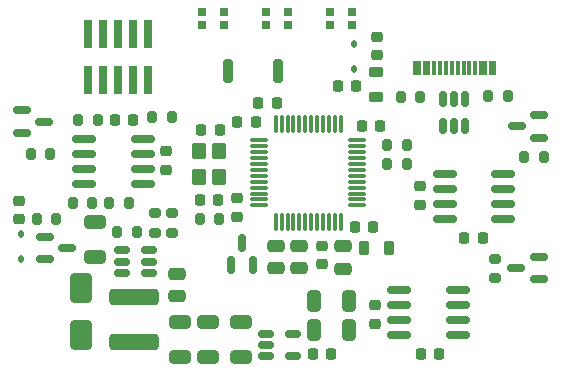
<source format=gbr>
%TF.GenerationSoftware,KiCad,Pcbnew,9.0.6-9.0.6~ubuntu24.04.1*%
%TF.CreationDate,2025-12-01T15:53:01+03:00*%
%TF.ProjectId,canfilter_g4,63616e66-696c-4746-9572-5f67342e6b69,rev?*%
%TF.SameCoordinates,Original*%
%TF.FileFunction,Paste,Top*%
%TF.FilePolarity,Positive*%
%FSLAX46Y46*%
G04 Gerber Fmt 4.6, Leading zero omitted, Abs format (unit mm)*
G04 Created by KiCad (PCBNEW 9.0.6-9.0.6~ubuntu24.04.1) date 2025-12-01 15:53:01*
%MOMM*%
%LPD*%
G01*
G04 APERTURE LIST*
G04 Aperture macros list*
%AMRoundRect*
0 Rectangle with rounded corners*
0 $1 Rounding radius*
0 $2 $3 $4 $5 $6 $7 $8 $9 X,Y pos of 4 corners*
0 Add a 4 corners polygon primitive as box body*
4,1,4,$2,$3,$4,$5,$6,$7,$8,$9,$2,$3,0*
0 Add four circle primitives for the rounded corners*
1,1,$1+$1,$2,$3*
1,1,$1+$1,$4,$5*
1,1,$1+$1,$6,$7*
1,1,$1+$1,$8,$9*
0 Add four rect primitives between the rounded corners*
20,1,$1+$1,$2,$3,$4,$5,0*
20,1,$1+$1,$4,$5,$6,$7,0*
20,1,$1+$1,$6,$7,$8,$9,0*
20,1,$1+$1,$8,$9,$2,$3,0*%
G04 Aperture macros list end*
%ADD10RoundRect,0.200000X0.200000X0.275000X-0.200000X0.275000X-0.200000X-0.275000X0.200000X-0.275000X0*%
%ADD11RoundRect,0.200000X-0.200000X-0.275000X0.200000X-0.275000X0.200000X0.275000X-0.200000X0.275000X0*%
%ADD12RoundRect,0.200000X-0.275000X0.200000X-0.275000X-0.200000X0.275000X-0.200000X0.275000X0.200000X0*%
%ADD13RoundRect,0.350000X1.750000X0.350000X-1.750000X0.350000X-1.750000X-0.350000X1.750000X-0.350000X0*%
%ADD14RoundRect,0.225000X0.250000X-0.225000X0.250000X0.225000X-0.250000X0.225000X-0.250000X-0.225000X0*%
%ADD15RoundRect,0.250000X-0.650000X0.325000X-0.650000X-0.325000X0.650000X-0.325000X0.650000X0.325000X0*%
%ADD16RoundRect,0.225000X0.225000X0.250000X-0.225000X0.250000X-0.225000X-0.250000X0.225000X-0.250000X0*%
%ADD17RoundRect,0.200000X0.200000X0.800000X-0.200000X0.800000X-0.200000X-0.800000X0.200000X-0.800000X0*%
%ADD18RoundRect,0.225000X-0.250000X0.225000X-0.250000X-0.225000X0.250000X-0.225000X0.250000X0.225000X0*%
%ADD19RoundRect,0.250000X-0.325000X-0.650000X0.325000X-0.650000X0.325000X0.650000X-0.325000X0.650000X0*%
%ADD20RoundRect,0.250000X0.650000X-0.325000X0.650000X0.325000X-0.650000X0.325000X-0.650000X-0.325000X0*%
%ADD21RoundRect,0.218750X0.381250X-0.218750X0.381250X0.218750X-0.381250X0.218750X-0.381250X-0.218750X0*%
%ADD22RoundRect,0.250000X-0.475000X0.250000X-0.475000X-0.250000X0.475000X-0.250000X0.475000X0.250000X0*%
%ADD23RoundRect,0.225000X-0.225000X-0.250000X0.225000X-0.250000X0.225000X0.250000X-0.225000X0.250000X0*%
%ADD24R,0.740000X2.400000*%
%ADD25RoundRect,0.112500X0.112500X-0.187500X0.112500X0.187500X-0.112500X0.187500X-0.112500X-0.187500X0*%
%ADD26RoundRect,0.075000X-0.662500X-0.075000X0.662500X-0.075000X0.662500X0.075000X-0.662500X0.075000X0*%
%ADD27RoundRect,0.075000X-0.075000X-0.662500X0.075000X-0.662500X0.075000X0.662500X-0.075000X0.662500X0*%
%ADD28RoundRect,0.150000X-0.150000X0.512500X-0.150000X-0.512500X0.150000X-0.512500X0.150000X0.512500X0*%
%ADD29RoundRect,0.250000X0.350000X-0.450000X0.350000X0.450000X-0.350000X0.450000X-0.350000X-0.450000X0*%
%ADD30RoundRect,0.150000X-0.825000X-0.150000X0.825000X-0.150000X0.825000X0.150000X-0.825000X0.150000X0*%
%ADD31R,0.300000X1.150000*%
%ADD32R,0.700000X0.700000*%
%ADD33RoundRect,0.200000X0.275000X-0.200000X0.275000X0.200000X-0.275000X0.200000X-0.275000X-0.200000X0*%
%ADD34RoundRect,0.150000X-0.512500X-0.150000X0.512500X-0.150000X0.512500X0.150000X-0.512500X0.150000X0*%
%ADD35RoundRect,0.150000X0.587500X0.150000X-0.587500X0.150000X-0.587500X-0.150000X0.587500X-0.150000X0*%
%ADD36RoundRect,0.150000X0.150000X-0.587500X0.150000X0.587500X-0.150000X0.587500X-0.150000X-0.587500X0*%
%ADD37RoundRect,0.218750X0.218750X0.381250X-0.218750X0.381250X-0.218750X-0.381250X0.218750X-0.381250X0*%
%ADD38RoundRect,0.150000X0.825000X0.150000X-0.825000X0.150000X-0.825000X-0.150000X0.825000X-0.150000X0*%
%ADD39RoundRect,0.150000X0.512500X0.150000X-0.512500X0.150000X-0.512500X-0.150000X0.512500X-0.150000X0*%
%ADD40RoundRect,0.150000X-0.587500X-0.150000X0.587500X-0.150000X0.587500X0.150000X-0.587500X0.150000X0*%
%ADD41RoundRect,0.112500X-0.112500X0.187500X-0.112500X-0.187500X0.112500X-0.187500X0.112500X0.187500X0*%
%ADD42RoundRect,0.250000X-0.650000X1.000000X-0.650000X-1.000000X0.650000X-1.000000X0.650000X1.000000X0*%
G04 APERTURE END LIST*
D10*
%TO.C,R105*%
X142000000Y-100150000D03*
X140350000Y-100150000D03*
%TD*%
D11*
%TO.C,R501*%
X167850000Y-94850000D03*
X169500000Y-94850000D03*
%TD*%
D12*
%TO.C,R401*%
X165350000Y-103500000D03*
X165350000Y-105150000D03*
%TD*%
D11*
%TO.C,R106*%
X130100000Y-91750000D03*
X131750000Y-91750000D03*
%TD*%
%TO.C,R604*%
X156250000Y-93850000D03*
X157900000Y-93850000D03*
%TD*%
D13*
%TO.C,L201*%
X134799201Y-106775000D03*
X134799201Y-110525000D03*
%TD*%
D14*
%TO.C,C401*%
X155220000Y-109000000D03*
X155220000Y-107450000D03*
%TD*%
D15*
%TO.C,C203*%
X141100000Y-108900000D03*
X141100000Y-111850000D03*
%TD*%
D16*
%TO.C,C602*%
X153600000Y-88850000D03*
X152050000Y-88850000D03*
%TD*%
D17*
%TO.C,SW101*%
X146950000Y-87600000D03*
X142750000Y-87600000D03*
%TD*%
D18*
%TO.C,C116*%
X150700000Y-102400000D03*
X150700000Y-103950000D03*
%TD*%
D19*
%TO.C,C104*%
X150050000Y-109500000D03*
X153000000Y-109500000D03*
%TD*%
D20*
%TO.C,C201*%
X131500000Y-103375000D03*
X131500000Y-100425000D03*
%TD*%
D21*
%TO.C,FB601*%
X155250000Y-89850000D03*
X155250000Y-87725000D03*
%TD*%
D22*
%TO.C,C115*%
X152500000Y-102450000D03*
X152500000Y-104350000D03*
%TD*%
D23*
%TO.C,C108*%
X154075000Y-92250000D03*
X155625000Y-92250000D03*
%TD*%
D24*
%TO.C,J106*%
X130890000Y-88350000D03*
X130890000Y-84450000D03*
X132160000Y-88350000D03*
X132160000Y-84450000D03*
X133430000Y-88350000D03*
X133430000Y-84450000D03*
X134700000Y-88350000D03*
X134700000Y-84450000D03*
X135970000Y-88350000D03*
X135970000Y-84450000D03*
%TD*%
D25*
%TO.C,D101*%
X125237500Y-103550000D03*
X125237500Y-101450000D03*
%TD*%
D18*
%TO.C,C301*%
X137550000Y-94425000D03*
X137550000Y-95975000D03*
%TD*%
D14*
%TO.C,C601*%
X155350000Y-86250000D03*
X155350000Y-84700000D03*
%TD*%
D26*
%TO.C,U102*%
X145387500Y-93487500D03*
X145387500Y-93987500D03*
X145387500Y-94487500D03*
X145387500Y-94987500D03*
X145387500Y-95487500D03*
X145387500Y-95987500D03*
X145387500Y-96487500D03*
X145387500Y-96987500D03*
X145387500Y-97487500D03*
X145387500Y-97987500D03*
X145387500Y-98487500D03*
X145387500Y-98987500D03*
D27*
X146800000Y-100400000D03*
X147300000Y-100400000D03*
X147800000Y-100400000D03*
X148300000Y-100400000D03*
X148800000Y-100400000D03*
X149300000Y-100400000D03*
X149800000Y-100400000D03*
X150300000Y-100400000D03*
X150800000Y-100400000D03*
X151300000Y-100400000D03*
X151800000Y-100400000D03*
X152300000Y-100400000D03*
D26*
X153712500Y-98987500D03*
X153712500Y-98487500D03*
X153712500Y-97987500D03*
X153712500Y-97487500D03*
X153712500Y-96987500D03*
X153712500Y-96487500D03*
X153712500Y-95987500D03*
X153712500Y-95487500D03*
X153712500Y-94987500D03*
X153712500Y-94487500D03*
X153712500Y-93987500D03*
X153712500Y-93487500D03*
D27*
X152300000Y-92075000D03*
X151800000Y-92075000D03*
X151300000Y-92075000D03*
X150800000Y-92075000D03*
X150300000Y-92075000D03*
X149800000Y-92075000D03*
X149300000Y-92075000D03*
X148800000Y-92075000D03*
X148300000Y-92075000D03*
X147800000Y-92075000D03*
X147300000Y-92075000D03*
X146800000Y-92075000D03*
%TD*%
D28*
%TO.C,U601*%
X162862500Y-90012500D03*
X161912500Y-90012500D03*
X160962500Y-90012500D03*
X160962500Y-92287500D03*
X161912500Y-92287500D03*
X162862500Y-92287500D03*
%TD*%
D11*
%TO.C,R201*%
X133375000Y-101250000D03*
X135025000Y-101250000D03*
%TD*%
D22*
%TO.C,C110*%
X146800000Y-102400000D03*
X146800000Y-104300000D03*
%TD*%
D23*
%TO.C,C113*%
X145325000Y-90300000D03*
X146875000Y-90300000D03*
%TD*%
D29*
%TO.C,Y101*%
X142026777Y-96621142D03*
X142026777Y-94421142D03*
X140326777Y-94421142D03*
X140326777Y-96621142D03*
%TD*%
D30*
%TO.C,U401*%
X157250000Y-106150000D03*
X157250000Y-107420000D03*
X157250000Y-108690000D03*
X157250000Y-109960000D03*
X162200000Y-109960000D03*
X162200000Y-108690000D03*
X162200000Y-107420000D03*
X162200000Y-106150000D03*
%TD*%
D18*
%TO.C,C109*%
X143500000Y-98400000D03*
X143500000Y-99950000D03*
%TD*%
D31*
%TO.C,J601*%
X165300000Y-87320000D03*
X164500000Y-87320000D03*
X163200000Y-87320000D03*
X162200000Y-87320000D03*
X161700000Y-87320000D03*
X160700000Y-87320000D03*
X159400000Y-87320000D03*
X158600000Y-87320000D03*
X158900000Y-87320000D03*
X159700000Y-87320000D03*
X160200000Y-87320000D03*
X161200000Y-87320000D03*
X162700000Y-87320000D03*
X163700000Y-87320000D03*
X164200000Y-87320000D03*
X165000000Y-87320000D03*
%TD*%
D11*
%TO.C,R602*%
X157400000Y-89800000D03*
X159050000Y-89800000D03*
%TD*%
D15*
%TO.C,C204*%
X138700000Y-108900000D03*
X138700000Y-111850000D03*
%TD*%
D11*
%TO.C,R101*%
X126562500Y-100100000D03*
X128212500Y-100100000D03*
%TD*%
D32*
%TO.C,D104*%
X145985000Y-82650000D03*
X145985000Y-83750000D03*
X147815000Y-83750000D03*
X147815000Y-82650000D03*
%TD*%
D11*
%TO.C,R102*%
X129600000Y-98800000D03*
X131250000Y-98800000D03*
%TD*%
D33*
%TO.C,R203*%
X136550000Y-101300000D03*
X136550000Y-99650000D03*
%TD*%
D34*
%TO.C,U101*%
X145962500Y-109850000D03*
X145962500Y-110800000D03*
X145962500Y-111750000D03*
X148237500Y-111750000D03*
X148237500Y-109850000D03*
%TD*%
D35*
%TO.C,D501*%
X169087500Y-93250000D03*
X169087500Y-91350000D03*
X167212500Y-92300000D03*
%TD*%
D23*
%TO.C,C106*%
X140350000Y-98500000D03*
X141900000Y-98500000D03*
%TD*%
D16*
%TO.C,C114*%
X145100000Y-91900000D03*
X143550000Y-91900000D03*
%TD*%
D22*
%TO.C,C112*%
X148800000Y-102400000D03*
X148800000Y-104300000D03*
%TD*%
%TO.C,C202*%
X138450000Y-104800000D03*
X138450000Y-106700000D03*
%TD*%
D35*
%TO.C,D401*%
X169050000Y-105250000D03*
X169050000Y-103350000D03*
X167175000Y-104300000D03*
%TD*%
D36*
%TO.C,D105*%
X143000000Y-104050000D03*
X144900000Y-104050000D03*
X143950000Y-102175000D03*
%TD*%
D23*
%TO.C,C111*%
X153525000Y-100800000D03*
X155075000Y-100800000D03*
%TD*%
D16*
%TO.C,C105*%
X142050000Y-92600000D03*
X140500000Y-92600000D03*
%TD*%
D10*
%TO.C,R601*%
X166450000Y-89750000D03*
X164800000Y-89750000D03*
%TD*%
D37*
%TO.C,L101*%
X156400000Y-102600000D03*
X154275000Y-102600000D03*
%TD*%
D38*
%TO.C,U301*%
X135525000Y-97180000D03*
X135525000Y-95910000D03*
X135525000Y-94640000D03*
X135525000Y-93370000D03*
X130575000Y-93370000D03*
X130575000Y-94640000D03*
X130575000Y-95910000D03*
X130575000Y-97180000D03*
%TD*%
D16*
%TO.C,C502*%
X164325000Y-101745000D03*
X162775000Y-101745000D03*
%TD*%
D39*
%TO.C,U201*%
X136087500Y-104700000D03*
X136087500Y-103750000D03*
X136087500Y-102800000D03*
X133812500Y-102800000D03*
X133812500Y-103750000D03*
X133812500Y-104700000D03*
%TD*%
D14*
%TO.C,C501*%
X158975000Y-98920000D03*
X158975000Y-97370000D03*
%TD*%
D40*
%TO.C,Q101*%
X127262500Y-101650000D03*
X127262500Y-103550000D03*
X129137500Y-102600000D03*
%TD*%
D14*
%TO.C,C102*%
X125087500Y-100125000D03*
X125087500Y-98575000D03*
%TD*%
D16*
%TO.C,C402*%
X160650000Y-111600000D03*
X159100000Y-111600000D03*
%TD*%
D15*
%TO.C,C101*%
X143850000Y-108875000D03*
X143850000Y-111825000D03*
%TD*%
D41*
%TO.C,D107*%
X153400000Y-85350000D03*
X153400000Y-87450000D03*
%TD*%
D11*
%TO.C,R103*%
X132700000Y-98800000D03*
X134350000Y-98800000D03*
%TD*%
%TO.C,R104*%
X136350000Y-91500000D03*
X138000000Y-91500000D03*
%TD*%
D42*
%TO.C,D202*%
X130300000Y-105950000D03*
X130300000Y-109950000D03*
%TD*%
D12*
%TO.C,R202*%
X138050000Y-99650000D03*
X138050000Y-101300000D03*
%TD*%
D32*
%TO.C,D102*%
X151385000Y-82650000D03*
X151385000Y-83750000D03*
X153215000Y-83750000D03*
X153215000Y-82650000D03*
%TD*%
D23*
%TO.C,C302*%
X133150000Y-91780000D03*
X134700000Y-91780000D03*
%TD*%
%TO.C,C103*%
X149950000Y-111600000D03*
X151500000Y-111600000D03*
%TD*%
D10*
%TO.C,R301*%
X127725000Y-94600000D03*
X126075000Y-94600000D03*
%TD*%
D30*
%TO.C,U501*%
X161100000Y-96290000D03*
X161100000Y-97560000D03*
X161100000Y-98830000D03*
X161100000Y-100100000D03*
X166050000Y-100100000D03*
X166050000Y-98830000D03*
X166050000Y-97560000D03*
X166050000Y-96290000D03*
%TD*%
D32*
%TO.C,D106*%
X140585000Y-82650000D03*
X140585000Y-83750000D03*
X142415000Y-83750000D03*
X142415000Y-82650000D03*
%TD*%
D11*
%TO.C,R603*%
X156250000Y-95500000D03*
X157900000Y-95500000D03*
%TD*%
D19*
%TO.C,C107*%
X150075000Y-107100000D03*
X153025000Y-107100000D03*
%TD*%
D40*
%TO.C,D301*%
X125325000Y-90950000D03*
X125325000Y-92850000D03*
X127200000Y-91900000D03*
%TD*%
M02*

</source>
